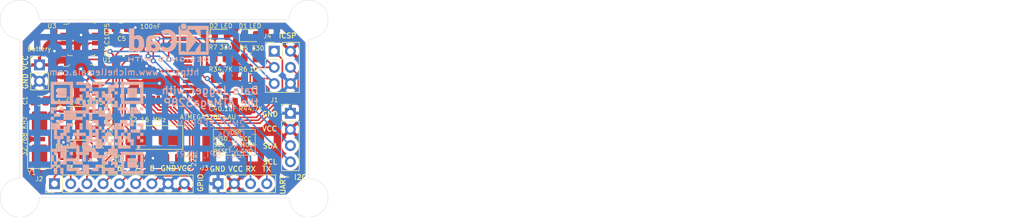
<source format=kicad_pcb>
(kicad_pcb (version 20241229) (generator "pcbnew") (generator_version "9.0")
  (title_block (title "${project_name}") (date "2025-09-02") (rev "1.0") (company "https://www.michellemaia.com") (comment 1 "2-Layer PCB version"))
  (layers (0 "F.Cu" mixed) (2 "B.Cu" mixed) (13 "F.Paste" user) (15 "B.Paste" user) (5 "F.SilkS" user "F.Silkscreen") (7 "B.SilkS" user "B.Silkscreen") (1 "F.Mask" user) (3 "B.Mask" user) (25 "Edge.Cuts" user))
  (property "project_name" "MCU Datalogger with memory and clock")
  (net 0 "")
  (net 1 "/Vcc")
  (net 2 "GND")
  (net 3 "Net-(U4-PB6)")
  (net 4 "Net-(U4-PB7)")
  (net 5 "Net-(U4-AREF)")
  (net 6 "/SCK")
  (net 7 "Net-(D1-K)")
  (net 8 "Net-(D2-K)")
  (net 9 "/SCL")
  (net 10 "/SDA")
  (net 11 "/D5")
  (net 12 "/D7")
  (net 13 "/D4")
  (net 14 "/D3")
  (net 15 "/D8")
  (net 16 "/D6")
  (net 17 "/D2")
  (net 18 "/RX")
  (net 19 "/TX")
  (net 20 "/MOSI")
  (net 21 "/RESET")
  (net 22 "/MISO")
  (net 23 "/INTA")
  (net 24 "Net-(U2-SQW{slash}*INTP)")
  (net 25 "Net-(U2-X1)")
  (net 26 "Net-(U2-X2)")
  (footprint "Connector_PinHeader_2.54mm:PinHeader_2x03_P2.54mm_Vertical" (layer "F.Cu") (at 143.975 68.96)
    (property "Reference" "J4" (at -1.075 -2.36 0) (layer "F.SilkS") (effects (font (size 0.7 0.7) (thickness 0.1))))
    (property "Value" "Conn_02x03_Odd_Even" (hide yes))
    (pad "1" thru_hole rect (at 0 0) (size 1.7 1.7) (drill 1) (layers "*.Cu" "*.Mask") (net 22 "/MISO"))
    (pad "2" thru_hole circle (at 2.54 0) (size 1.7 1.7) (drill 1) (layers "*.Cu" "*.Mask") (net 1 "/Vcc"))
    (pad "3" thru_hole circle (at 0 2.54) (size 1.7 1.7) (drill 1) (layers "*.Cu" "*.Mask") (net 6 "/SCK"))
    (pad "4" thru_hole circle (at 2.54 2.54) (size 1.7 1.7) (drill 1) (layers "*.Cu" "*.Mask") (net 20 "/MOSI"))
    (pad "5" thru_hole circle (at 0 5.08) (size 1.7 1.7) (drill 1) (layers "*.Cu" "*.Mask") (net 21 "/RESET"))
    (pad "6" thru_hole circle (at 2.54 5.08) (size 1.7 1.7) (drill 1) (layers "*.Cu" "*.Mask") (net 2 "GND"))
  )
  (footprint "MountingHole:MountingHole_2.1mm" (layer "F.Cu") (at 149.352 91.948)
    (property "Reference" "H4" (hide yes))
    (property "Value" "MountingHole" (hide yes))
    (pad "" np_thru_hole circle (at 0 0) (size 2.1 2.1) (drill 2.1) (layers "*.Cu" "*.Mask"))
  )
  (footprint "LED_SMD:LED_0805_2012Metric" (layer "F.Cu") (at 135.636 66.5)
    (property "Reference" "D2" (at -1.136 -1.5 0) (layer "F.SilkS") (effects (font (size 0.7 0.7) (thickness 0.1))))
    (property "Value" "LED" (at 0.864 -1.5 0) (layer "F.SilkS") (effects (font (size 0.7 0.7) (thickness 0.1))))
    (pad "1" smd roundrect (at -0.9375 0) (size 0.975 1.4) (layers "F.Cu" "F.Mask" "F.Paste") (net 8 "Net-(D2-K)"))
    (pad "2" smd roundrect (at 0.9375 0) (size 0.975 1.4) (layers "F.Cu" "F.Mask" "F.Paste") (net 1 "/Vcc"))
  )
  (footprint "Capacitor_SMD:C_0805_2012Metric" (layer "F.Cu") (at 122.155 85.75 180)
    (property "Reference" "C2" (at 2.155 -0.05 90) (layer "F.SilkS") (effects (font (size 0.7 0.7) (thickness 0.1))))
    (property "Value" "22pF" (at 3.255 0.05 90) (layer "F.SilkS") (effects (font (size 0.7 0.7) (thickness 0.1))))
    (pad "1" smd roundrect (at -0.95 0 180) (size 1 1.45) (layers "F.Cu" "F.Mask" "F.Paste") (net 2 "GND"))
    (pad "2" smd roundrect (at 0.95 0 180) (size 1 1.45) (layers "F.Cu" "F.Mask" "F.Paste") (net 3 "Net-(U4-PB6)"))
  )
  (footprint "Connector_PinHeader_2.54mm:PinHeader_1x02_P2.54mm_Vertical" (layer "F.Cu") (at 107.25 71.12)
    (property "Reference" "BT1" (hide yes))
    (property "Value" "Battery" (at -0.05 -2.52 0) (layer "F.SilkS") (effects (font (size 0.7 0.7) (thickness 0.1))))
    (pad "1" thru_hole rect (at 0 0) (size 1.7 1.7) (drill 1) (layers "*.Cu" "*.Mask") (net 1 "/Vcc"))
    (pad "2" thru_hole circle (at 0 2.54) (size 1.7 1.7) (drill 1) (layers "*.Cu" "*.Mask") (net 2 "GND"))
  )
  (footprint "Resistor_SMD:R_0805_2012Metric" (layer "F.Cu") (at 115.824 85.344)
    (property "Reference" "R2" (at -1.324 -1.444 0) (layer "F.SilkS") (effects (font (size 0.7 0.7) (thickness 0.1))))
    (property "Value" "10K" (at 0.576 -1.444 0) (layer "F.SilkS") (effects (font (size 0.7 0.7) (thickness 0.1))))
    (pad "1" smd roundrect (at -0.9125 0) (size 1.025 1.4) (layers "F.Cu" "F.Mask" "F.Paste") (roundrect_rratio 0.243902) (net 1 "/Vcc"))
    (pad "2" smd roundrect (at 0.9125 0) (size 1.025 1.4) (layers "F.Cu" "F.Mask" "F.Paste") (roundrect_rratio 0.243902) (net 24 "Net-(U2-SQW{slash}*INTP)"))
  )
  (footprint "Resistor_SMD:R_0805_2012Metric" (layer "F.Cu") (at 135.5 73.25 180)
    (property "Reference" "R3" (at 1.1 1.45 0) (layer "F.SilkS") (effects (font (size 0.7 0.7) (thickness 0.1))))
    (property "Value" "4.7K" (at -0.8 1.45 0) (layer "F.SilkS") (effects (font (size 0.7 0.7) (thickness 0.1))))
    (pad "1" smd roundrect (at -0.9125 0 180) (size 1.025 1.4) (layers "F.Cu" "F.Mask" "F.Paste") (roundrect_rratio 0.243902) (net 1 "/Vcc"))
    (pad "2" smd roundrect (at 0.9125 0 180) (size 1.025 1.4) (layers "F.Cu" "F.Mask" "F.Paste") (roundrect_rratio 0.243902) (net 9 "/SCL"))
  )
  (footprint "Capacitor_SMD:C_0805_2012Metric" (layer "F.Cu") (at 135.5 76.5)
    (property "Reference" "C4" (at -1.101 1.5 0) (layer "F.SilkS") (effects (font (size 0.7 0.7) (thickness 0.1))))
    (property "Value" "0.1uF" (at 1.1 1.5 0) (layer "F.SilkS") (effects (font (size 0.7 0.7) (thickness 0.1))))
    (pad "1" smd roundrect (at -0.95 0) (size 1 1.45) (layers "F.Cu" "F.Mask" "F.Paste") (net 5 "Net-(U4-AREF)"))
    (pad "2" smd roundrect (at 0.95 0) (size 1 1.45) (layers "F.Cu" "F.Mask" "F.Paste") (net 2 "GND"))
  )
  (footprint "Resistor_SMD:R_0805_2012Metric" (layer "F.Cu") (at 140.208 73.25)
    (property "Reference" "R6" (at -1.108 -1.45 0) (layer "F.SilkS") (effects (font (size 0.7 0.7) (thickness 0.1))))
    (property "Value" "10K" (at 0.892 -1.45 0) (layer "F.SilkS") (effects (font (size 0.7 0.7) (thickness 0.1))))
    (pad "1" smd roundrect (at -0.9125 0) (size 1.025 1.4) (layers "F.Cu" "F.Mask" "F.Paste") (roundrect_rratio 0.243902) (net 1 "/Vcc"))
    (pad "2" smd roundrect (at 0.9125 0) (size 1.025 1.4) (layers "F.Cu" "F.Mask" "F.Paste") (roundrect_rratio 0.243902) (net 21 "/RESET"))
  )
  (footprint "Connector_PinHeader_2.54mm:PinHeader_1x09_P2.54mm_Vertical" (layer "F.Cu") (at 109.59 89.75 90)
    (property "Reference" "J2" (at 0.75 -2.38 0) (layer "F.SilkS") (effects (font (size 0.7 0.7) (thickness 0.1))))
    (property "Value" "Conn_01x09_Pin" (hide yes))
    (pad "1" thru_hole rect (at 0 0 90) (size 1.7 1.7) (drill 1) (layers "*.Cu" "*.Mask") (net 17 "/D2"))
    (pad "2" thru_hole circle (at 0 2.54 90) (size 1.7 1.7) (drill 1) (layers "*.Cu" "*.Mask") (net 14 "/D3"))
    (pad "3" thru_hole circle (at 0 5.08 90) (size 1.7 1.7) (drill 1) (layers "*.Cu" "*.Mask") (net 13 "/D4"))
    (pad "4" thru_hole circle (at 0 7.62 90) (size 1.7 1.7) (drill 1) (layers "*.Cu" "*.Mask") (net 11 "/D5"))
    (pad "5" thru_hole circle (at 0 10.16 90) (size 1.7 1.7) (drill 1) (layers "*.Cu" "*.Mask") (net 16 "/D6"))
    (pad "6" thru_hole circle (at 0 12.7 90) (size 1.7 1.7) (drill 1) (layers "*.Cu" "*.Mask") (net 12 "/D7"))
    (pad "7" thru_hole circle (at 0 15.24 90) (size 1.7 1.7) (drill 1) (layers "*.Cu" "*.Mask") (net 15 "/D8"))
    (pad "8" thru_hole circle (at 0 17.78 90) (size 1.7 1.7) (drill 1) (layers "*.Cu" "*.Mask") (net 2 "GND"))
    (pad "9" thru_hole circle (at 0 20.32 90) (size 1.7 1.7) (drill 1) (layers "*.Cu" "*.Mask") (net 1 "/Vcc"))
  )
  (footprint "LED_SMD:LED_0805_2012Metric" (layer "F.Cu") (at 140.208 66.5)
    (property "Reference" "D1" (at -1.108 -1.5 0) (layer "F.SilkS") (effects (font (size 0.7 0.7) (thickness 0.1))))
    (property "Value" "LED" (at 0.792 -1.5 0) (layer "F.SilkS") (effects (font (size 0.7 0.7) (thickness 0.1))))
    (pad "1" smd roundrect (at -0.9375 0) (size 0.975 1.4) (layers "F.Cu" "F.Mask" "F.Paste") (net 7 "Net-(D1-K)"))
    (pad "2" smd roundrect (at 0.9375 0) (size 0.975 1.4) (layers "F.Cu" "F.Mask" "F.Paste") (net 6 "/SCK"))
  )
  (footprint "Connector_PinHeader_2.54mm:PinHeader_1x04_P2.54mm_Vertical" (layer "F.Cu") (at 146.5 78.69)
    (property "Reference" "J1" (at -2.5 -2.09 0) (layer "F.SilkS") (effects (font (size 0.7 0.7) (thickness 0.1))))
    (property "Value" "Conn_01x04_Pin" (hide yes))
    (pad "1" thru_hole rect (at 0 0) (size 1.7 1.7) (drill 1) (layers "*.Cu" "*.Mask") (net 2 "GND"))
    (pad "2" thru_hole circle (at 0 2.54) (size 1.7 1.7) (drill 1) (layers "*.Cu" "*.Mask") (net 1 "/Vcc"))
    (pad "3" thru_hole circle (at 0 5.08) (size 1.7 1.7) (drill 1) (layers "*.Cu" "*.Mask") (net 10 "/SDA"))
    (pad "4" thru_hole circle (at 0 7.62) (size 1.7 1.7) (drill 1) (layers "*.Cu" "*.Mask") (net 9 "/SCL"))
  )
  (footprint "Connector_PinHeader_2.54mm:PinHeader_1x04_P2.54mm_Vertical" (layer "F.Cu") (at 135.19 89.75 90)
    (property "Reference" "J3" (at 2.45 -2.09 180) (layer "F.SilkS") (effects (font (size 0.7 0.7) (thickness 0.1))))
    (property "Value" "Conn_01x04_Pin" (hide yes))
    (pad "1" thru_hole rect (at 0 0 90) (size 1.7 1.7) (drill 1) (layers "*.Cu" "*.Mask") (net 2 "GND"))
    (pad "2" thru_hole circle (at 0 2.54 90) (size 1.7 1.7) (drill 1) (layers "*.Cu" "*.Mask") (net 1 "/Vcc"))
    (pad "3" thru_hole circle (at 0 5.08 90) (size 1.7 1.7) (drill 1) (layers "*.Cu" "*.Mask") (net 18 "/RX"))
    (pad "4" thru_hole circle (at 0 7.62 90) (size 1.7 1.7) (drill 1) (layers "*.Cu" "*.Mask") (net 19 "/TX"))
  )
  (footprint "Resistor_SMD:R_0805_2012Metric" (layer "F.Cu") (at 111.5346 85.344 180)
    (property "Reference" "R1" (at 1.1346 1.444 0) (layer "F.SilkS") (effects (font (size 0.7 0.7) (thickness 0.1))))
    (property "Value" "10K" (at -0.8654 1.444 0) (layer "F.SilkS") (effects (font (size 0.7 0.7) (thickness 0.1))))
    (pad "1" smd roundrect (at -0.9125 0 180) (size 1.025 1.4) (layers "F.Cu" "F.Mask" "F.Paste") (roundrect_rratio 0.243902) (net 1 "/Vcc"))
    (pad "2" smd roundrect (at 0.9125 0 180) (size 1.025 1.4) (layers "F.Cu" "F.Mask" "F.Paste") (roundrect_rratio 0.243902) (net 23 "/INTA"))
  )
  (footprint "MountingHole:MountingHole_2.1mm" (layer "F.Cu") (at 104.14 64.008)
    (property "Reference" "H1" (hide yes))
    (property "Value" "MountingHole" (hide yes))
    (pad "" np_thru_hole circle (at 0 0) (size 2.1 2.1) (drill 2.1) (layers "*.Cu" "*.Mask"))
  )
  (footprint "MountingHole:MountingHole_2.1mm" (layer "F.Cu") (at 149.352 64.008)
    (property "Reference" "H3" (hide yes))
    (property "Value" "MountingHole" (hide yes))
    (pad "" np_thru_hole circle (at 0 0) (size 2.1 2.1) (drill 2.1) (layers "*.Cu" "*.Mask"))
  )
  (footprint "MountingHole:MountingHole_2.1mm" (layer "F.Cu") (at 104.14 91.948)
    (property "Reference" "H2" (hide yes))
    (property "Value" "MountingHole" (hide yes))
    (pad "" np_thru_hole circle (at 0 0) (size 2.1 2.1) (drill 2.1) (layers "*.Cu" "*.Mask"))
  )
  (footprint "Crystal:Crystal_SMD_5032-2Pin_5.0x3.2mm_HandSoldering" (layer "F.Cu") (at 107.25 82.75 90)
    (property "Reference" "Y1" (at -5.25 -1.2 0) (layer "F.SilkS") (effects (font (size 0.7 0.7) (thickness 0.1))))
    (property "Value" "32.768 KHz" (at 0.45 -2.35 90) (layer "F.SilkS") (effects (font (size 0.7 0.7) (thickness 0.1))))
    (pad "1" smd roundrect (at -2.6 0 90) (size 3.5 2.4) (layers "F.Cu" "F.Mask" "F.Paste") (roundrect_rratio 0.104167) (net 26 "Net-(U2-X2)"))
    (pad "2" smd roundrect (at 2.6 0 90) (size 3.5 2.4) (layers "F.Cu" "F.Mask" "F.Paste") (roundrect_rratio 0.104167) (net 25 "Net-(U2-X1)"))
  )
  (footprint "digikey-footprints:SOIC-8_W5.3mm" (layer "F.Cu") (at 113.792 67.056)
    (property "Reference" "U3" (at -4.592 -2.056 0) (layer "F.SilkS") (effects (font (size 0.7 0.7) (thickness 0.1))))
    (property "Value" "24LC1025" (at 4.008 0.144 90) (layer "F.SilkS") (effects (font (size 0.7 0.7) (thickness 0.1))))
    (pad "1" smd rect (at -2.465 -1.905) (size 1.6 0.7) (layers "F.Cu" "F.Mask" "F.Paste") (net 1 "/Vcc"))
    (pad "2" smd rect (at -2.465 -0.635) (size 1.6 0.7) (layers "F.Cu" "F.Mask" "F.Paste") (net 2 "GND"))
    (pad "3" smd rect (at -2.465 0.635) (size 1.6 0.7) (layers "F.Cu" "F.Mask" "F.Paste") (net 1 "/Vcc"))
    (pad "4" smd rect (at -2.465 1.905) (size 1.6 0.7) (layers "F.Cu" "F.Mask" "F.Paste") (net 2 "GND"))
    (pad "5" smd rect (at 2.465 1.905) (size 1.6 0.7) (layers "F.Cu" "F.Mask" "F.Paste") (net 10 "/SDA"))
    (pad "6" smd rect (at 2.465 0.635) (size 1.6 0.7) (layers "F.Cu" "F.Mask" "F.Paste") (net 9 "/SCL"))
    (pad "7" smd rect (at 2.465 -0.635) (size 1.6 0.7) (layers "F.Cu" "F.Mask" "F.Paste") (net 2 "GND"))
    (pad "8" smd rect (at 2.465 -1.905) (size 1.6 0.7) (layers "F.Cu" "F.Mask" "F.Paste") (net 1 "/Vcc"))
  )
  (footprint "DS1337STR:21-0041B_8" (layer "F.Cu") (at 113.792 80.264)
    (property "Reference" "U2" (at 4.308 3.036 0) (layer "F.SilkS") (effects (font (size 0.7 0.7) (thickness 0.1))))
    (property "Value" "DS1337STR" (at 4.508 -0.664 90) (layer "F.SilkS") (effects (font (size 0.7 0.7) (thickness 0.1))))
    (fp_text user "*" (at -3.302 -2.3114 0) (layer "F.SilkS"))
    (pad "1" smd rect (at -2.4638 -1.905) (size 1.9812 0.5334) (layers "F.Cu" "F.Mask" "F.Paste") (net 25 "Net-(U2-X1)"))
    (pad "2" smd rect (at -2.4638 -0.635) (size 1.9812 0.5334) (layers "F.Cu" "F.Mask" "F.Paste") (net 26 "Net-(U2-X2)"))
    (pad "3" smd rect (at -2.4638 0.635) (size 1.9812 0.5334) (layers "F.Cu" "F.Mask" "F.Paste") (net 23 "/INTA"))
    (pad "4" smd rect (at -2.4638 1.905) (size 1.9812 0.5334) (layers "F.Cu" "F.Mask" "F.Paste") (net 2 "GND"))
    (pad "5" smd rect (at 2.4638 1.905) (size 1.9812 0.5334) (layers "F.Cu" "F.Mask" "F.Paste") (net 10 "/SDA"))
    (pad "6" smd rect (at 2.4638 0.635) (size 1.9812 0.5334) (layers "F.Cu" "F.Mask" "F.Paste") (net 9 "/SCL"))
    (pad "7" smd rect (at 2.4638 -0.635) (size 1.9812 0.5334) (layers "F.Cu" "F.Mask" "F.Paste") (net 24 "Net-(U2-SQW{slash}*INTP)"))
    (pad "8" smd rect (at 2.4638 -1.905) (size 1.9812 0.5334) (layers "F.Cu" "F.Mask" "F.Paste") (net 1 "/Vcc"))
  )
  (footprint "Resistor_SMD:R_0805_2012Metric" (layer "F.Cu") (at 140.208 76.5 180)
    (property "Reference" "R4" (at 1.108 -1.5 0) (layer "F.SilkS") (effects (font (size 0.7 0.7) (thickness 0.1))))
    (property "Value" "4.7K" (at -0.792 -1.5 0) (layer "F.SilkS") (effects (font (size 0.7 0.7) (thickness 0.1))))
    (pad "1" smd roundrect (at -0.9125 0 180) (size 1.025 1.4) (layers "F.Cu" "F.Mask" "F.Paste") (roundrect_rratio 0.243902) (net 1 "/Vcc"))
    (pad "2" smd roundrect (at 0.9125 0 180) (size 1.025 1.4) (layers "F.Cu" "F.Mask" "F.Paste") (roundrect_rratio 0.243902) (net 10 "/SDA"))
  )
  (footprint "Capacitor_SMD:C_0805_2012Metric" (layer "F.Cu") (at 128 85.75)
    (property "Reference" "C3" (at 2.3 0.05 90) (layer "F.SilkS") (effects (font (size 0.7 0.7) (thickness 0.1))))
    (property "Value" "22pF" (at 3.4 0.05 90) (layer "F.SilkS") (effects (font (size 0.7 0.7) (thickness 0.1))))
    (pad "1" smd roundrect (at -0.95 0) (size 1 1.45) (layers "F.Cu" "F.Mask" "F.Paste") (net 2 "GND"))
    (pad "2" smd roundrect (at 0.95 0) (size 1 1.45) (layers "F.Cu" "F.Mask" "F.Paste") (net 4 "Net-(U4-PB7)"))
  )
  (footprint "digikey-footprints:SOIC-8_W5.3mm" (layer "F.Cu") (at 113.792 73.66)
    (property "Reference" "U1" (at 4.008 -3.36 0) (layer "F.SilkS") (effects (font (size 0.7 0.7) (thickness 0.1))))
    (property "Value" "24LC1025" (at 0.808 3.34 0) (layer "F.SilkS") (effects (font (size 0.7 0.7) (thickness 0.1))))
    (pad "1" smd rect (at -2.465 -1.905) (size 1.6 0.7) (layers "F.Cu" "F.Mask" "F.Paste") (net 1 "/Vcc"))
    (pad "2" smd rect (at -2.465 -0.635) (size 1.6 0.7) (layers "F.Cu" "F.Mask" "F.Paste") (net 1 "/Vcc"))
    (pad "3" smd rect (at -2.465 0.635) (size 1.6 0.7) (layers "F.Cu" "F.Mask" "F.Paste") (net 1 "/Vcc"))
    (pad "4" smd rect (at -2.465 1.905) (size 1.6 0.7) (layers "F.Cu" "F.Mask" "F.Paste") (net 2 "GND"))
    (pad "5" smd rect (at 2.465 1.905) (size 1.6 0.7) (layers "F.Cu" "F.Mask" "F.Paste") (net 10 "/SDA"))
    (pad "6" smd rect (at 2.465 0.635) (size 1.6 0.7) (layers "F.Cu" "F.Mask" "F.Paste") (net 9 "/SCL"))
    (pad "7" smd rect (at 2.465 -0.635) (size 1.6 0.7) (layers "F.Cu" "F.Mask" "F.Paste") (net 2 "GND"))
    (pad "8" smd rect (at 2.465 -1.905) (size 1.6 0.7) (layers "F.Cu" "F.Mask" "F.Paste") (net 1 "/Vcc"))
  )
  (footprint "ATMEGA328P-AU:QFP80P900X900X120-32N" (layer "F.Cu") (at 126.25 72.5)
    (property "Reference" "U4" (at 3.95 -6.4 0) (layer "F.SilkS") (effects (font (size 0.7 0.7) (thickness 0.1))))
    (property "Value" "ATMEGA328P-AU" (at 7.365 6.79 0) (layer "F.SilkS") (effects (font (size 0.7 0.7) (thickness 0.1))))
    (pad "1" smd roundrect (at -4.17 -2.8) (size 1.47 0.55) (layers "F.Cu" "F.Mask" "F.Paste") (roundrect_rratio 0.125) (net 14 "/D3"))
    (pad "2" smd roundrect (at -4.17 -2) (size 1.47 0.55) (layers "F.Cu" "F.Mask" "F.Paste") (roundrect_rratio 0.125) (net 13 "/D4"))
    (pad "3" smd roundrect (at -4.17 -1.2) (size 1.47 0.55) (layers "F.Cu" "F.Mask" "F.Paste") (roundrect_rratio 0.125) (net 2 "GND"))
    (pad "4" smd roundrect (at -4.17 -0.4) (size 1.47 0.55) (layers "F.Cu" "F.Mask" "F.Paste") (roundrect_rratio 0.125) (net 1 "/Vcc"))
    (pad "5" smd roundrect (at -4.17 0.4) (size 1.47 0.55) (layers "F.Cu" "F.Mask" "F.Paste") (roundrect_rratio 0.125) (net 2 "GND"))
    (pad "6" smd roundrect (at -4.17 1.2) (size 1.47 0.55) (layers "F.Cu" "F.Mask" "F.Paste") (roundrect_rratio 0.125) (net 1 "/Vcc"))
    (pad "7" smd roundrect (at -4.17 2) (size 1.47 0.55) (layers "F.Cu" "F.Mask" "F.Paste") (roundrect_rratio 0.125) (net 3 "Net-(U4-PB6)"))
    (pad "8" smd roundrect (at -4.17 2.8) (size 1.47 0.55) (layers "F.Cu" "F.Mask" "F.Paste") (roundrect_rratio 0.125) (net 4 "Net-(U4-PB7)"))
    (pad "9" smd roundrect (at -2.8 4.17) (size 0.55 1.47) (layers "F.Cu" "F.Mask" "F.Paste") (roundrect_rratio 0.125) (net 11 "/D5"))
    (pad "10" smd roundrect (at -2 4.17) (size 0.55 1.47) (layers "F.Cu" "F.Mask" "F.Paste") (roundrect_rratio 0.125) (net 16 "/D6"))
    (pad "11" smd roundrect (at -1.2 4.17) (size 0.55 1.47) (layers "F.Cu" "F.Mask" "F.Paste") (roundrect_rratio 0.125) (net 12 "/D7"))
    (pad "12" smd roundrect (at -0.4 4.17) (size 0.55 1.47) (layers "F.Cu" "F.Mask" "F.Paste") (roundrect_rratio 0.125) (net 15 "/D8"))
    (pad "13" smd roundrect (at 0.4 4.17) (size 0.55 1.47) (layers "F.Cu" "F.Mask" "F.Paste") (roundrect_rratio 0.125))
    (pad "14" smd roundrect (at 1.2 4.17) (size 0.55 1.47) (layers "F.Cu" "F.Mask" "F.Paste") (roundrect_rratio 0.125))
    (pad "15" smd roundrect (at 2 4.17) (size 0.55 1.47) (layers "F.Cu" "F.Mask" "F.Paste") (roundrect_rratio 0.125) (net 20 "/MOSI"))
    (pad "16" smd roundrect (at 2.8 4.17) (size 0.55 1.47) (layers "F.Cu" "F.Mask" "F.Paste") (roundrect_rratio 0.125) (net 22 "/MISO"))
    (pad "17" smd roundrect (at 4.17 2.8) (size 1.47 0.55) (layers "F.Cu" "F.Mask" "F.Paste") (roundrect_rratio 0.125) (net 6 "/SCK"))
    (pad "18" smd roundrect (at 4.17 2) (size 1.47 0.55) (layers "F.Cu" "F.Mask" "F.Paste") (roundrect_rratio 0.125) (net 1 "/Vcc"))
    (pad "19" smd roundrect (at 4.17 1.2) (size 1.47 0.55) (layers "F.Cu" "F.Mask" "F.Paste") (roundrect_rratio 0.125))
    (pad "20" smd roundrect (at 4.17 0.4) (size 1.47 0.55) (layers "F.Cu" "F.Mask" "F.Paste") (roundrect_rratio 0.125) (net 5 "Net-(U4-AREF)"))
    (pad "21" smd roundrect (at 4.17 -0.4) (size 1.47 0.55) (layers "F.Cu" "F.Mask" "F.Paste") (roundrect_rratio 0.125) (net 2 "GND"))
    (pad "22" smd roundrect (at 4.17 -1.2) (size 1.47 0.55) (layers "F.Cu" "F.Mask" "F.Paste") (roundrect_rratio 0.125))
    (pad "23" smd roundrect (at 4.17 -2) (size 1.47 0.55) (layers "F.Cu" "F.Mask" "F.Paste") (roundrect_rratio 0.125))
    (pad "24" smd roundrect (at 4.17 -2.8) (size 1.47 0.55) (layers "F.Cu" "F.Mask" "F.Paste") (roundrect_rratio 0.125))
    (pad "25" smd roundrect (at 2.8 -4.17) (size 0.55 1.47) (layers "F.Cu" "F.Mask" "F.Paste") (roundrect_rratio 0.125))
    (pad "26" smd roundrect (at 2 -4.17) (size 0.55 1.47) (layers "F.Cu" "F.Mask" "F.Paste") (roundrect_rratio 0.125))
    (pad "27" smd roundrect (at 1.2 -4.17) (size 0.55 1.47) (layers "F.Cu" "F.Mask" "F.Paste") (roundrect_rratio 0.125) (net 10 "/SDA"))
    (pad "28" smd roundrect (at 0.4 -4.17) (size 0.55 1.47) (layers "F.Cu" "F.Mask" "F.Paste") (roundrect_rratio 0.125) (net 9 "/SCL"))
    (pad "29" smd roundrect (at -0.4 -4.17) (size 0.55 1.47) (layers "F.Cu" "F.Mask" "F.Paste") (roundrect_rratio 0.125) (net 21 "/RESET"))
    (pad "30" smd roundrect (at -1.2 -4.17) (size 0.55 1.47) (layers "F.Cu" "F.Mask" "F.Paste") (roundrect_rratio 0.125) (net 18 "/RX"))
    (pad "31" smd roundrect (at -2 -4.17) (size 0.55 1.47) (layers "F.Cu" "F.Mask" "F.Paste") (roundrect_rratio 0.125) (net 19 "/TX"))
    (pad "32" smd roundrect (at -2.8 -4.17) (size 0.55 1.47) (layers "F.Cu" "F.Mask" "F.Paste") (roundrect_rratio 0.125) (net 17 "/D2"))
  )
  (footprint "Capacitor_SMD:C_0805_2012Metric" (layer "F.Cu") (at 120 65.25)
    (property "Reference" "C5" (at 0.1 1.75 0) (layer "F.SilkS") (effects (font (size 0.7 0.7) (thickness 0.1))))
    (property "Value" "100nF" (at 4.6 -0.15 0) (layer "F.SilkS") (effects (font (size 0.7 0.7) (thickness 0.1))))
    (pad "1" smd roundrect (at -0.95 0) (size 1 1.45) (layers "F.Cu" "F.Mask" "F.Paste") (net 1 "/Vcc"))
    (pad "2" smd roundrect (at 0.95 0) (size 1 1.45) (layers "F.Cu" "F.Mask" "F.Paste") (net 2 "GND"))
  )
  (footprint "Resistor_SMD:R_0805_2012Metric" (layer "F.Cu") (at 140.208 70 180)
    (property "Reference" "R5" (at 1.008 1.5 180) (layer "F.SilkS") (effects (font (size 0.7 0.7) (thickness 0.1))))
    (property "Value" "330" (at -1.192 1.5 180) (layer "F.SilkS") (effects (font (size 0.7 0.7) (thickness 0.1))))
    (pad "1" smd roundrect (at -0.9125 0 180) (size 1.025 1.4) (layers "F.Cu" "F.Mask" "F.Paste") (roundrect_rratio 0.243902) (net 2 "GND"))
    (pad "2" smd roundrect (at 0.9125 0 180) (size 1.025 1.4) (layers "F.Cu" "F.Mask" "F.Paste") (roundrect_rratio 0.243902) (net 7 "Net-(D1-K)"))
  )
  (footprint "Crystal:Crystal_SMD_5032-2Pin_5.0x3.2mm_HandSoldering" (layer "F.Cu") (at 125.055 82.5 180)
    (property "Reference" "Y2" (at 3.155 2.8 0) (layer "F.SilkS") (effects (font (size 0.7 0.7) (thickness 0.1))))
    (property "Value" "16 MHz" (at 0 2.8 0) (layer "F.SilkS") (effects (font (size 0.7 0.7) (thickness 0.1))))
    (pad "1" smd roundrect (at -2.6 0 180) (size 3.5 2.4) (layers "F.Cu" "F.Mask" "F.Paste") (roundrect_rratio 0.104167) (net 4 "Net-(U4-PB7)"))
    (pad "2" smd roundrect (at 2.6 0 180) (size 3.5 2.4) (layers "F.Cu" "F.Mask" "F.Paste") (roundrect_rratio 0.104167) (net 3 "Net-(U4-PB6)"))
  )
  (footprint "Resistor_SMD:R_0805_2012Metric" (layer "F.Cu") (at 135.5 70)
    (property "Reference" "R7" (at -1.1 -1.65 0) (layer "F.SilkS") (effects (font (size 0.7 0.7) (thickness 0.1))))
    (property "Value" "330" (at 0.9125 -1.6625 0) (layer "F.SilkS") (effects (font (size 0.7 0.7) (thickness 0.1))))
    (pad "1" smd roundrect (at -0.9125 0) (size 1.025 1.4) (layers "F.Cu" "F.Mask" "F.Paste") (roundrect_rratio 0.243902) (net 8 "Net-(D2-K)"))
    (pad "2" smd roundrect (at 0.9125 0) (size 1.025 1.4) (layers "F.Cu" "F.Mask" "F.Paste") (roundrect_rratio 0.243902) (net 2 "GND"))
  )
  (footprint "Capacitor_SMD:C_0805_2012Metric" (layer "F.Cu") (at 107.25 76.75)
    (property "Reference" "C1" (at -2.25 -0.05 90) (layer "F.SilkS") (effects (font (size 0.7 0.7) (thickness 0.1))))
    (property "Value" "0.1uF" (at 3.25 0.15 0) (layer "F.SilkS") (effects (font (size 0.7 0.7) (thickness 0.1))))
    (pad "1" smd roundrect (at -0.95 0) (size 1 1.45) (layers "F.Cu" "F.Mask" "F.Paste") (net 1 "/Vcc"))
    (pad "2" smd roundrect (at 0.95 0) (size 1 1.45) (layers "F.Cu" "F.Mask" "F.Paste") (net 2 "GND"))
  )
  (footprint "Symbol:KiCad-Logo2_5mm_SilkScreen" (layer "B.Cu") (at 127.45 67.595 180)
    (property "Reference" "REF**" (hide yes))
    (property "Value" "KiCad-Logo2_5mm_SilkScreen" (hide yes))
  )
  (footprint "Maias Library:QR_site" (layer "B.Cu") (at 116.25 81 180)
    (property "Reference" "https://www.michellemaia.com" (at -4.25 8.75 0) (layer "B.SilkS") (effects (justify mirror)))
    (property "Value" "QR_site" (hide yes))
  )
  (gr_rect (start 134.45 81.225) (end 141 85.275) (stroke (width 0.1)) (fill no) (layer "F.SilkS"))
  (gr_line (start 104.14 67.056) (end 104.14 88.9) (stroke (width 0.05)) (layer "Edge.Cuts"))
  (gr_line (start 146.304 64.008) (end 107.188 64.008) (stroke (width 0.05)) (layer "Edge.Cuts"))
  (gr_arc (start 149.352 88.9) (mid 151.507261 94.103261) (end 146.304 91.948) (stroke (width 0.05)) (layer "Edge.Cuts"))
  (gr_line (start 107.188 91.948) (end 146.304 91.948) (stroke (width 0.05)) (layer "Edge.Cuts"))
  (gr_arc (start 104.14 67.056) (mid 101.984739 61.852739) (end 107.188 64.008) (stroke (width 0.05)) (layer "Edge.Cuts"))
  (gr_line (start 149.352 88.9) (end 149.352 67.056) (stroke (width 0.05)) (layer "Edge.Cuts"))
  (gr_arc (start 107.188 91.948) (mid 101.984739 94.103261) (end 104.14 88.9) (stroke (width 0.05)) (layer "Edge.Cuts"))
  (gr_arc (start 146.304 64.008) (mid 151.507261 61.852739) (end 149.352 67.056) (stroke (width 0.05)) (layer "Edge.Cuts"))
  (gr_text "SDA" (at 142.1 84.3 0) (layer "F.SilkS") (effects (font (size 0.8 0.8) (thickness 0.15) (bold yes)) (justify left bottom)))
  (gr_text "6" (at 119.3 87.8 0) (layer "F.SilkS") (effects (font (size 0.8 0.8) (thickness 0.15) (bold yes)) (justify left bottom)))
  (gr_text "UART" (at 145.8 91.5 90) (layer "F.SilkS") (effects (font (size 0.8 0.8) (thickness 0.15) (bold yes)) (justify left bottom)))
  (gr_text "SCL" (at 142.1 86.8 0) (layer "F.SilkS") (effects (font (size 0.8 0.8) (thickness 0.15) (bold yes)) (justify left bottom)))
  (gr_text "GND" (at 133.8 87.9 0) (layer "F.SilkS") (effects (font (size 0.8 0.8) (thickness 0.15) (bold yes)) (justify left bottom)))
  (gr_text "I2C" (at 147 89.2 0) (layer "F.SilkS") (effects (font (size 0.8 0.8) (thickness 0.15) (bold yes)) (justify left bottom)))
  (gr_text "TX" (at 142 87.9 0) (layer "F.SilkS") (effects (font (size 0.8 0.8) (thickness 0.15) (bold yes)) (justify left bottom)))
  (gr_text "VCC" (at 142 81.6 0) (layer "F.SilkS") (effects (font (size 0.8 0.8) (thickness 0.15) (bold yes)) (justify left bottom)))
  (gr_text "VCC" (at 105.5 72 90) (layer "F.SilkS") (effects (font (size 0.8 0.8) (thickness 0.15) (bold yes)) (justify left bottom)))
  (gr_text "VCC" (at 136.7 87.9 0) (layer "F.SilkS") (effects (font (size 0.8 0.8) (thickness 0.15) (bold yes)) (justify left bottom)))
  (gr_text "GND" (at 105.5 75 90) (layer "F.SilkS") (effects (font (size 0.8 0.8) (thickness 0.15) (bold yes)) (justify left bottom)))
  (gr_text "4" (at 114.2 87.8 0) (layer "F.SilkS") (effects (font (size 0.8 0.8) (thickness 0.15) (bold yes)) (justify left bottom)))
  (gr_text "ICSP" (at 144.6 67 0) (layer "F.SilkS") (effects (font (size 0.8 0.8) (thickness 0.15) (bold yes)) (justify left bottom)))
  (gr_text "8" (at 124.4 87.8 0) (layer "F.SilkS") (effects (font (size 0.8 0.8) (thickness 0.15) (bold yes)) (justify left bottom)))
  (gr_text "GPIO" (at 132.9 91.1 90) (layer "F.SilkS") (effects (font (size 0.8 0.8) (thickness 0.15) (bold yes)) (justify left bottom)))
  (gr_text "VCC" (at 128.7 87.8 0) (layer "F.SilkS") (effects (font (size 0.8 0.8) (thickness 0.15) (bold yes)) (justify left bottom)))
  (gr_text "3" (at 111.7 87.8 0) (layer "F.SilkS") (effects (font (size 0.8 0.8) (thickness 0.15) (bold yes)) (justify left bottom)))
  (gr_text "GND" (at 126.1 87.8 0) (layer "F.SilkS") (effects (font (size 0.8 0.8) (thickness 0.15) (bold yes)) (justify left bottom)))
  (gr_text "2" (at 109.3 87.8 0) (layer "F.SilkS") (effects (font (size 0.8 0.8) (thickness 0.15) (bold yes)) (justify left bottom)))
  (gr_text "GND" (at 142 79.3 0) (layer "F.SilkS") (effects (font (size 0.8 0.8) (thickness 0.15) (bold yes)) (justify left bottom)))
  (gr_text "5" (at 116.8 87.8 0) (layer "F.SilkS") (effects (font (size 0.8 0.8) (thickness 0.15) (bold yes)) (justify left bottom)))
  (gr_text "     ICSP\nMISO  / VCC\nSCK   / MOSI\nRESET / GND" (at 134.45 84.975 0) (layer "F.SilkS") (effects (font (size 0.6 0.6) (thickness 0.1)) (justify left bottom)))
  (gr_text "7" (at 121.9 87.8 0) (layer "F.SilkS") (effects (font (size 0.8 0.8) (thickness 0.15) (bold yes)) (justify left bottom)))
  (gr_text "RX" (at 139.4 87.9 0) (layer "F.SilkS") (effects (font (size 0.8 0.8) (thickness 0.15) (bold yes)) (justify left bottom)))
  (gr_text "- 2Mbit EEPROM\n- GPIOs\n- RTC\n- I2C, SPI, UART" (at 141.5 85.75 0) (layer "B.SilkS") (effects (font (size 1 1) (thickness 0.1)) (justify left bottom mirror)))
  (gr_text "Data logger with\nthe ATMega328P" (at 141.633 77.75 0) (layer "B.SilkS") (effects (font (size 1.2 1.2) (thickness 0.2) (bold yes)) (justify left bottom mirror)))
  (segment (start 120.752 72.5) (end 120.752 73.146088) (width 0.35) (layer "F.Cu") (net 1))
  (segment (start 113.755 71.755) (end 113.75 71.75) (width 0.35) (layer "F.Cu") (net 1))
  (segment (start 121.305912 73.7) (end 122.08 73.7) (width 0.35) (layer "F.Cu") (net 1))
  (segment (start 124 73.7) (end 125.7 73.7) (width 0.35) (layer "F.Cu") (net 1))
  (segment (start 121.152 72.1) (end 120.752 72.5) (width 0.35) (layer "F.Cu") (net 1))
  (segment (start 132.5 75.805912) (end 132.5 78.220768) (width 0.35) (layer "F.Cu") (net 1))
  (segment (start 126 74) (end 126.5 74.5) (width 0.35) (layer "F.Cu") (net 1))
  (segment (start 139.2955 73.25) (end 139.2955 72.958) (width 0.35) (layer "F.Cu") (net 1))
  (segment (start 141.1205 77.8795) (end 141.1205 76.5) (width 0.35) (layer "F.Cu") (net 1))
  (segment (start 140.203 78.797) (end 141.1205 77.8795) (width 0.35) (layer "F.Cu") (net 1))
  (segment (start 130.42 74.5) (end 131.194088 74.5) (width 0.35) (layer "F.Cu") (net 1))
  (segment (start 120.752 73.146088) (end 121.305912 73.7) (width 0.35) (layer "F.Cu") (net 1))
  (segment (start 119 65.3) (end 119.05 65.25) (width 0.35) (layer "F.Cu") (net 1))
  (segment (start 137.73 89.25) (end 137.73 90.02) (width 0.35) (layer "F.Cu") (net 1))
  (segment (start 125.7 73.7) (end 126 74) (width 0.35) (layer "F.Cu") (net 1))
  (segment (start 132.5 78.220768) (end 133.076232 78.797) (width 0.35) (layer "F.Cu") (net 1))
  (segment (start 126.5 74.5) (end 130.42 74.5) (width 0.35) (layer "F.Cu") (net 1))
  (segment (start 116.2558 78.359) (end 115.5319 78.359) (width 0.35) (layer "F.Cu") (net 1))
  (segment (start 116.257 71.755) (end 113.755 71.755) (width 0.35) (layer "F.Cu") (net 1))
  (segment (start 118.951 65.151) (end 119.05 65.25) (width 0.35) (layer "F.Cu") (net 1))
  (segment (start 133.076232 78.797) (end 140.203 78.797) (width 0.35) (layer "F.Cu") (net 1))
  (segment (start 131.194088 74.5) (end 132.5 75.805912) (width 0.35) (layer "F.Cu") (net 1))
  (segment (start 122.08 73.7) (end 124 73.7) (width 0.35) (layer "F.Cu") (net 1))
  (segment (start 122.08 72.1) (end 121.152 72.1) (width 0.35) (layer "F.Cu") (net 1))
  (via (at 113.75 71.75) (size 0.9) (drill 0.4) (layers "F.Cu" "B.Cu") (net 1))
  (via (at 126 74) (size 0.8) (drill 0.4) (layers "F.Cu" "B.Cu") (net 1))
  (segment (start 116 74) (end 126 74) (width 0.35) (layer "B.Cu") (net 1))
  (segment (start 113.75 71.75) (end 116 74) (width 0.35) (layer "B.Cu") (net 1))
  (segment (start 122.08 71.3) (end 124 71.3) (width 0.35) (layer "F.Cu") (net 2))
  (segment (start 124 71.754088) (end 124 71.3) (width 0.35) (layer "F.Cu") (net 2))
  (segment (start 136.4125 70) (end 136.4125 68.3375) (width 0.35) (layer "F.Cu") (net 2))
  (segment (start 110.921 82.169) (end 111.3282 82.169) (width 0.35) (layer "F.Cu") (net 2))
  (segment (start 136.45 77.7) (end 136.5 77.75) (width 0.35) (layer "F.Cu") (net 2))
  (segment (start 111.3282 82.9218) (end 111 83.25) (width 0.35) (layer "F.Cu") (net 2))
  (segment (start 109.5 75.565) (end 109.385 75.565) (width 0.35) (layer "F.Cu") (net 2))
  (segment (start 111.327 75.565) (end 109.5 75.565) (width 0.35) (layer "F.Cu") (net 2))
  (segment (start 124 71.3) (end 124.55 71.3) (width 0.35) (layer "F.Cu") (net 2))
  (segment (start 109.385 75.565) (end 108.2 76.75) (width 0.35) (layer "F.Cu") (net 2))
  (segment (start 111.327 66.421) (end 113.75 66.421) (width 0.35) (layer "F.Cu") (net 2))
  (segment (start 136.45 76.5) (end 136.45 77.7) (width 0.35) (layer "F.Cu") (net 2))
  (segment (start 107.25 73.66) (end 109.155 75.565) (width 0.35) (layer "F.Cu") (net 2))
  (segment (start 115.125 73.025) (end 114.36 73.79) (width 0.35) (layer "F.Cu") (net 2))
  (segment (start 109.591 68.961) (end 109.58 68.95) (width 0.35) (layer "F.Cu") (net 2))
  (segment (start 111.3282 82.169) (end 111.3282 82.9218) (width 0.35) (layer "F.Cu") (net 2))
  (segment (start 125 85.75) (end 127.05 85.75) (width 0.35) (layer "F.Cu") (net 2))
  (segment (start 125.75 72.1) (end 130.42 72.1) (width 0.35) (layer "F.Cu") (net 2))
  (segment (start 116.257 73.025) (end 115.125 73.025) (width 0.35) (layer "F.Cu") (net 2))
  (segment (start 122.854088 72.9) (end 124 71.754088) (width 0.35) (layer "F.Cu") (net 2))
  (segment (start 111.327 68.961) (end 109.591 68.961) (width 0.35) (layer "F.Cu") (net 2))
  (segment (start 136.45 77.7) (end 136.45 77.675) (width 0.35) (layer "F.Cu") (net 2))
  (segment (start 120.95 65.25) (end 122.25 65.25) (width 0.35) (layer "F.Cu") (net 2))
  (segment (start 141.1205 70) (end 141.1205 68.8705) (width 0.35) (layer "F.Cu") (net 2))
  (segment (start 125.35 72.1) (end 125.75 72.1) (width 0.35) (layer "F.Cu") (net 2))
  (segment (start 122.08 72.9) (end 122.854088 72.9) (width 0.35) (layer "F.Cu") (net 2))
  (segment (start 113.792 66.421) (end 116.257 66.421) (width 0.35) (layer "F.Cu") (net 2))
  (segment (start 113.75 66.421) (end 113.792 66.421) (width 0.35) (layer "F.Cu") (net 2))
  (segment (start 141.1205 68.8705) (end 140.75 68.5) (width 0.35) (layer "F.Cu") (net 2))
  (segment (start 124.55 71.3) (end 125.35 72.1) (width 0.35) (layer "F.Cu") (net 2))
  (segment (start 109.155 75.565) (end 109.5 75.565) (width 0.35) (layer "F.Cu") (net 2))
  (segment (start 136.5 68.25) (end 136.4125 68.3375) (width 0.35) (layer "F.Cu") (net 2))
  (segment (start 123.105 85.75) (end 125 85.75) (width 0.35) (layer "F.Cu") (net 2))
  (via (at 111 83.25) (size 0.9) (drill 0.4) (layers "F.Cu" "B.Cu") (net 2))
  (via (at 114.36 73.79) (size 0.9) (drill 0.4) (layers "F.Cu" "B.Cu") (net 2))
  (via (at 136.45 77.675) (size 0.9) (drill 0.4) (layers "F.Cu" "B.Cu") (net 2))
  (via (at 113.75 66.421) (size 0.8) (drill 0.4) (layers "F.Cu" "B.Cu") (net 2))
  (via (at 124 71.3) (size 0.8) (drill 0.4) (layers "F.Cu" "B.Cu") (net 2))
  (via (at 125.75 72.1) (size 0.8) (drill 0.4) (layers "F.Cu" "B.Cu") (net 2))
  (via (at 125 85.75) (size 0.8) (drill 0.4) (layers "F.Cu" "B.Cu") (net 2))
  (via (at 136.4125 68.3375) (size 0.9) (drill 0.4) (layers "F.Cu" "B.Cu") (net 2))
  (via (at 109.58 68.95) (size 0.9) (drill 0.4) (layers "F.Cu" "B.Cu") (net 2))
  (via (at 140.75 68.5) (size 0.9) (drill 0.4) (layers "F.Cu" "B.Cu") (net 2))
  (via (at 122.25 65.25) (size 0.9) (drill 0.4) (layers "F.Cu" "B.Cu") (net 2))
  (segment (start 120.652 80.697) (end 122.455 82.5) (width 0.25) (layer "F.Cu") (net 3))
  (segment (start 121.447334 74.5) (end 120.652 75.295334) (width 0.25) (layer "F.Cu") (net 3))
  (segment (start 121.205 83.75) (end 122.455 82.5) (width 0.25) (layer "F.Cu") (net 3))
  (segment (start 121.205 85.75) (end 121.205 83.75) (width 0.25) (layer "F.Cu") (net 3))
  (segment (start 122.08 74.5) (end 121.447334 74.5) (width 0.25) (layer "F.Cu") (net 3))
  (segment (start 120.652 75.295334) (end 120.652 80.697) (width 0.25) (layer "F.Cu") (net 3))
  (segment (start 122.08 77.83) (end 122.08 75.3) (width 0.25) (layer "F.Cu") (net 4))
  (segment (start 126.75 82.5) (end 122.08 77.83) (width 0.25) (layer "F.Cu") (net 4))
  (segment (start 128.95 85.75) (end 128.95 83.795) (width 0.25) (layer "F.Cu") (net 4))
  (segment (start 127.655 82.5) (end 126.75 82.5) (width 0.25) (layer "F.Cu") (net 4))
  (segment (start 128.95 83.795) (end 127.655 82.5) (width 0.25) (layer "F.Cu") (net 4))
  (segment (start 131.155 72.9) (end 134.55 76.295) (width 0.25) (layer "F.Cu") (net 5))
  (segment (start 130.42 72.9) (end 131.155 72.9) (width 0.25) (layer "F.Cu") (net 5))
  (segment (start 134.55 76.295) (end 134.55 76.5) (width 0.25) (layer "F.Cu") (net 5))
  (segment (start 141.1455 66.5) (end 142.009 67.3635) (width 0.25) (layer "F.Cu") (net 6))
  (segment (start 141.152 79.348) (end 132.848 79.348) (width 0.25) (layer "F.Cu") (net 6))
  (segment (start 140.232 72.604486) (end 140.232 73.982) (width 0.25) (layer "F.Cu") (net 6))
  (segment (start 143.135942 77.364058) (end 141.152 79.348) (width 0.25) (layer "F.Cu") (net 6))
  (segment (start 143.975 71.5) (end 141.336486 71.5) (width 0.25) (layer "F.Cu") (net 6))
  (segment (start 142.009 69.534) (end 143.975 71.5) (width 0.25) (layer "F.Cu") (net 6))
  (segment (start 142.009 67.3635) (end 142.009 69.534) (width 0.25) (layer "F.Cu") (net 6))
  (segment (start 140.232 73.982) (end 140.526 74.276) (width 0.25) (layer "F.Cu") (net 6))
  (segment (start 141.336486 71.5) (end 140.232 72.604486) (width 0.25) (layer "F.Cu") (net 6))
  (segment (start 143.135942 74.864058) (end 143.135942 77.364058) (width 0.25) (layer "F.Cu") (net 6))
  (segment (start 142.547884 74.276) (end 143.135942 74.864058) (width 0.25) (layer "F.Cu") (net 6))
  (segment (start 140.526 74.276) (end 142.547884 74.276) (width 0.25) (layer "F.Cu") (net 6))
  (segment (start 132.848 79.348) (end 130.42 76.92) (width 0.25) (layer "F.Cu") (net 6))
  (segment (start 130.42 76.92) (end 130.42 75.55) (width 0.25) (layer "F.Cu") (net 6))
  (segment (start 139.2705 66.5) (end 139.2705 69.975) (width 0.25) (layer "F.Cu") (net 7))
  (segment (start 139.2705 70.543) (end 139.2955 70.568) (width 0.25) (layer "F.Cu") (net 7))
  (segment (start 139.2705 69.975) (end 139.2955 70) (width 0.25) (layer "F.Cu") (net 7))
  (segment (start 134.6985 66.5) (end 134.6985 69.889) (width 0.25) (layer "F.Cu") (net 8))
  (segment (start 134.6985 69.889) (end 134.5875 70) (width 0.25) (layer "F.Cu") (net 8))
  (segment (start 117.101 80.899) (end 118.25 79.75) (width 0.25) (layer "F.Cu") (net 9))
  (segment (start 116.2558 80.899) (end 117.101 80.899) (width 0.25) (layer "F.Cu") (net 9))
  (segment (start 132.65 67.76219) (end 132.65 72.65) (width 0.25) (layer "F.Cu") (net 9))
  (segment (start 118.25 79.75) (end 118.25 78.25) (width 0.25) (layer "F.Cu") (net 9))
  (segment (start 126.19928 66.274) (end 126.65 66.72472) (width 0.25) (layer "F.Cu") (net 9))
  (segment (start 115 75.102) (end 115.807 74.295) (width 0.25) (layer "F.Cu") (net 9))
  (segment (start 133.25 73.25) (end 133.5 73.25) (width 0.25) (layer "F.Cu") (net 9))
  (segment (start 118.25 73.25) (end 117.205 74.295) (width 0.25) (layer "F.Cu") (net 9))
  (segment (start 115.399 80.899) (end 116.2558 80.899) (width 0.25) (layer "F.Cu") (net 9))
  (segment (start 133.5 73.25) (end 134.5875 73.25) (width 0.25) (layer "F.Cu") (net 9))
  (segment (start 116.257 67.691) (end 122.656334 67.691) (width 0.25) (layer "F.Cu") (net 9))
  (segment (start 117.205 74.295) (end 116.257 74.295) (width 0.25) (layer "F.Cu") (net 9))
  (segment (start 131.68681 66.799) (end 132.65 67.76219) (width 0.25) (layer "F.Cu") (net 9))
  (segment (start 124.073334 66.274) (end 126.19928 66.274) (width 0.25) (layer "F.Cu") (net 9))
  (segment (start 122.656334 67.691) (end 124.073334 66.274) (width 0.25) (layer "F.Cu") (net 9))
  (segment (start 126.65 66.87328) (end 126.65 67) (width 0.25) (layer "F.Cu") (net 9))
  (segment (start 118.25 72) (end 118.25 73.25) (width 0.25) (layer "F.Cu") (net 9))
  (segment (start 114.75 70.25) (end 116.5 70.25) (width 0.25) (layer "F.Cu") (net 9))
  (segment (start 117 77) (end 115.5 77) (width 0.25) (layer "F.Cu") (net 9))
  (segment (start 132.65 72.65) (end 133.25 73.25) (width 0.25) (layer "F.Cu") (net 9))
  (segment (start 116.5 70.25) (end 118.25 72) (width 0.25) (layer "F.Cu") (net 9))
  (segment (start 116.257 67.691) (end 115.059 67.691) (width 0.25) (layer "F.Cu") (net 9))
  (segment (start 126.65 66.87328) (end 126.72428 66.799) (width 0.25) (layer "F.Cu") (net 9))
  (segment (start 126.72428 66.799) (end 131.68681 66.799) (width 0.25) (layer "F.Cu") (net 9))
  (segment (start 115.807 74.295) (end 116.257 74.295) (width 0.25) (layer "F.Cu") (net 9))
  (segment (start 115 76.5) (end 115 75.102) (width 0.25) (layer "F.Cu") (net 9))
  (segment (start 126.65 66.72472) (end 126.65 66.87328) (width 0.25) (layer "F.Cu") (net 9))
  (segment (start 115.059 67.691) (end 114.25 68.5) (width 0.25) (layer "F.Cu") (net 9))
  (segment (start 115.5 77) (end 115 76.5) (width 0.25) (layer "F.Cu") (net 9))
  (segment (start 118.25 78.25) (end 117 77) (width 0.25) (layer "F.Cu") (net 9))
  (segment (start 114.25 68.5) (end 114.25 69.75) (width 0.25) (layer "F.Cu") (net 9))
  (segment (start 114.25 69.75) (end 114.75 70.25) (width 0.25) (layer "F.Cu") (net 9))
  (segment (start 126.65 68.33) (end 126.65 67) (width 0.25) (layer "F.Cu") (net 9))
  (via (at 133.5 73.25) (size 0.8) (drill 0.4) (layers "F.Cu" "B.Cu") (net 9))
  (segment (start 133.5 73.31) (end 146.5 86.31) (width 0.25) (layer "B.Cu") (net 9))
  (segment (start 133.5 73.25) (end 133.5 73.31) (width 0.25) (layer "B.Cu") (net 9))
  (segment (start 132.09 73.09) (end 132.09 67.84) (width 0.25) (layer "F.Cu") (net 10))
  (segment (start 118.75 74) (end 117.185 75.565) (width 0.25) (layer "F.Cu") (net 10))
  (segment (start 118.75 80.3987) (end 118.75 74) (width 0.25) (layer "F.Cu") (net 10))
  (segment (start 131.5 67.25) (end 127.795 67.25) (width 0.25) (layer "F.Cu") (net 10))
  (segment (start 118.75 69.5) (end 118.75 74) (width 0.25) (layer "F.Cu") (net 10))
  (segment (start 134.399 75.399) (end 138 75.399) (width 0.25) (layer "F.Cu") (net 10))
  (segment (start 127.45 70.2) (end 127.5 70.25) (width 0.25) (layer "F.Cu") (net 10))
  (segment (start 127.795 67.25) (end 127.45 67.595) (width 0.25) (layer "F.Cu") (net 10))
  (segment (start 138.1945 75.399) (end 139.2955 76.5) (width 0.25) (layer "F.Cu") (net 10))
  (segment (start 132.09 67.84) (end 131.5 67.25) (width 0.25) (layer "F.Cu") (net 10))
  (segment (start 132.09 73.09) (end 134.399 75.399) (width 0.25) (layer "F.Cu") (net 10))
  (segment (start 117.185 75.565) (end 116.257 75.565) (width 0.25) (layer "F.Cu") (net 10))
  (segment (start 118.211 68.961) (end 118.25 69) (width 0.25) (layer "F.Cu") (net 10))
  (segment (start 139.2955 76.633) (end 139.4125 76.75) (width 0.35) (layer "F.Cu") (net 10))
  (segment (start 116.257 68.961) (end 118.211 68.961) (width 0.25) (layer "F.Cu") (net 10))
  (segment (start 127.45 68.33) (end 127.45 70.2) (width 0.25) (layer "F.Cu") (net 10))
  (segment (start 116.2558 82.169) (end 116.9797 82.169) (width 0.25) (layer "F.Cu") (net 10))
  (segment (start 118.25 69) (end 118.75 69.5) (width 0.25) (layer "F.Cu") (net 10))
  (segment (start 138 75.399) (end 138.1945 75.399) (width 0.25) (layer "F.Cu") (net 10))
  (segment (start 127.45 67.595) (end 127.45 68.33) (width 0.25) (layer "F.Cu") (net 10))
  (segment (start 116.9797 82.169) (end 118.75 80.3987) (width 0.25) (layer "F.Cu") (net 10))
  (via (at 118.25 69) (size 0.8) (drill 0.4) (layers "F.Cu" "B.Cu") (net 10))
  (via (at 138 75.399) (size 0.8) (drill 0.4) (layers "F.Cu" "B.Cu") (net 10))
  (via (at 127.5 70.25) (size 0.8) (drill 0.4) (layers "F.Cu" "B.Cu") (net 10))
  (segment (start 127.25 69.75) (end 127.5 70) (width 0.25) (layer "B.Cu") (net 10))
  (segment (start 127.5 70) (end 127.5 70.25) (width 0.25) (layer "B.Cu") (net 10))
  (segment (start 121.75 69) (end 126.5 69) (width 0.25) (layer "B.Cu") (net 10))
  (segment (start 138.129 75.399) (end 146.5 83.77) (width 0.25) (layer "B.Cu") (net 10))
  (segment (start 121.75 69) (end 118.25 69) (width 0.25) (layer "B.Cu") (net 10))
  (segment (start 138 75.399) (end 138.129 75.399) (width 0.25) (layer "B.Cu") (net 10))
  (segment (start 126.5 69) (end 127.25 69.75) (width 0.25) (layer "B.Cu") (net 10))
  (segment (start 128.75276 80.804) (end 129.554 80.804) (width 0.25) (layer "F.Cu") (net 11))
  (segment (start 127.22438 79.27562) (end 128.75276 80.804) (width 0.25) (layer "F.Cu") (net 11))
  (segment (start 119.813 87.147) (end 117.21 89.75) (width 0.25) (layer "F.Cu") (net 11))
  (segment (start 130 87.147) (end 119.813 87.147) (width 0.25) (layer "F.Cu") (net 11))
  (segment (start 130.75 82) (end 130.75 86.397) (width 0.25) (layer "F.Cu") (net 11))
  (segment (start 129.554 80.804) (end 130.75 82) (width 0.25) (layer "F.Cu") (net 11))
  (segment (start 123.45 76.67) (end 123.45 77.405) (width 0.25) (layer "F.Cu") (net 11))
  (segment (start 125.32062 79.27562) (end 127.22438 79.27562) (width 0.25) (layer "F.Cu") (net 11))
  (segment (start 123.45 77.405) (end 125.32062 79.27562) (width 0.25) (layer "F.Cu") (net 11))
  (segment (start 130.75 86.397) (end 130 87.147) (width 0.25) (layer "F.Cu") (net 11))
  (segment (start 125.05 77.405) (end 125.838905 78.193905) (width 0.25) (layer "F.Cu") (net 12))
  (segment (start 125.838905 78.193905) (end 127.418285 78.193905) (width 0.25) (layer "F.Cu") (net 12))
  (segment (start 129.12638 79.902) (end 130.03981 79.902) (width 0.25) (layer "F.Cu") (net 12))
  (segment (start 123.991 88.049) (end 122.29 89.75) (width 0.25) (layer "F.Cu") (net 12))
  (segment (start 127.418285 78.193905) (end 129.12638 79.902) (width 0.25) (layer "F.Cu") (net 12))
  (segment (start 130.03981 79.902) (end 131.652 81.51419) (width 0.25) (layer "F.Cu") (net 12))
  (segment (start 130.37362 88.049) (end 123.991 88.049) (width 0.25) (layer "F.Cu") (net 12))
  (segment (start 131.652 86.77062) (end 130.37362 88.049) (width 0.25) (layer "F.Cu") (net 12))
  (segment (start 125.05 76.67) (end 125.05 77.405) (width 0.25) (layer "F.Cu") (net 12))
  (segment (start 131.652 81.51419) (end 131.652 86.77062) (width 0.25) (layer "F.Cu") (net 12))
  (segment (start 115.75 87.5) (end 117.52562 87.5) (width 0.25) (layer "F.Cu") (net 13))
  (segment (start 120.75 70.5) (end 122.08 70.5) (width 0.25) (layer "F.Cu") (net 13))
  (segment (start 117.52562 87.5) (end 120.201 84.82462) (width 0.25) (layer "F.Cu") (net 13))
  (segment (start 120.201 71.049) (end 120.75 70.5) (width 0.25) (layer "F.Cu") (net 13))
  (segment (start 120.201 84.82462) (end 120.201 71.049) (width 0.25) (layer "F.Cu") (net 13))
  (segment (start 114.67 88.58) (end 115.75 87.5) (width 0.25) (layer "F.Cu") (net 13))
  (segment (start 114.67 89.75) (end 114.67 88.58) (width 0.25) (layer "F.Cu") (net 13))
  (segment (start 119.75 70.75) (end 120.8 69.7) (width 0.25) (layer "F.Cu") (net 14))
  (segment (start 112.13 87.87) (end 113 87) (width 0.25) (layer "F.Cu") (net 14))
  (segment (start 112.13 89.75) (end 112.13 87.87) (width 0.25) (layer "F.Cu") (net 14))
  (segment (start 117.38781 87) (end 119.75 84.63781) (width 0.25) (layer "F.Cu") (net 14))
  (segment (start 120.8 69.7) (end 122.08 69.7) (width 0.25) (layer "F.Cu") (net 14))
  (segment (start 113 87) (end 117.38781 87) (width 0.25) (layer "F.Cu") (net 14))
  (segment (start 119.75 84.63781) (end 119.75 70.75) (width 0.25) (layer "F.Cu") (net 14))
  (segment (start 127.799 77.93681) (end 127.799 77.731) (width 0.25) (layer "F.Cu") (net 15))
  (segment (start 124.83 89.75) (end 126.08 88.5) (width 0.25) (layer "F.Cu") (net 15))
  (segment (start 126.176 77.731) (end 125.85 77.405) (width 0.25) (layer "F.Cu") (net 15))
  (segment (start 129.31319 79.451) (end 127.799 77.93681) (width 0.25) (layer "F.Cu") (net 15))
  (segment (start 129.31319 79.451) (end 130.22662 79.451) (width 0.25) (layer "F.Cu") (net 15))
  (segment (start 130.56043 88.5) (end 126.08 88.5) (width 0.25) (layer "F.Cu") (net 15))
  (segment (start 130.22662 79.451) (end 132.103 81.32738) (width 0.25) (layer "F.Cu") (net 15))
  (segment (start 127.799 77.731) (end 126.176 77.731) (width 0.25) (layer "F.Cu") (net 15))
  (segment (start 132.103 81.32738) (end 132.103 86.95743) (width 0.25) (layer "F.Cu") (net 15))
  (segment (start 132.103 86.95743) (end 130.56043 88.5) (width 0.25) (layer "F.Cu") (net 15))
  (segment (start 125.85 77.405) (end 125.85 76.67) (width 0.25) (layer "F.Cu") (net 15))
  (segment (start 121.25 88.25) (end 119.75 89.75) (width 0.25) (layer "F.Cu") (net 16))
  (segment (start 131.201 86.58381) (end 130.18681 87.598) (width 0.25) (layer "F.Cu") (net 16))
  (segment (start 130.18681 87.598) (end 123.80419 87.598) (width 0.25) (layer "F.Cu") (net 16))
  (segment (start 123.15219 88.25) (end 121.25 88.25) (width 0.25) (layer "F.Cu") (net 16))
  (segment (start 131.201 81.701) (end 131.201 86.58381) (width 0.25) (layer "F.Cu") (net 16))
  (segment (start 125.551715 78.706715) (end 127.293285 78.706715) (width 0.25) (layer "F.Cu") (net 16))
  (segment (start 124.25 77.405) (end 125.551715 78.706715) (width 0.25) (layer "F.Cu") (net 16))
  (segment (start 129.853 80.353) (end 131.201 81.701) (width 0.25) (layer "F.Cu") (net 16))
  (segment (start 127.293285 78.706715) (end 128.93957 80.353) (width 0.25) (layer "F.Cu") (net 16))
  (segment (start 128.93957 80.353) (end 129.853 80.353) (width 0.25) (layer "F.Cu") (net 16))
  (segment (start 124.25 76.67) (end 124.25 77.405) (width 0.25) (layer "F.Cu") (net 16))
  (segment (start 123.80419 87.598) (end 123.15219 88.25) (width 0.25) (layer "F.Cu") (net 16))
  (segment (start 119.25 84.5) (end 119.25 69.5) (width 0.25) (layer "F.Cu") (net 17))
  (segment (start 109.59 88.66) (end 111.75 86.5) (width 0.25) (layer "F.Cu") (net 17))
  (segment (start 111.75 86.5) (end 117.25 86.5) (width 0.25) (layer "F.Cu") (net 17))
  (segment (start 109.59 89.75) (end 109.59 88.66) (width 0.25) (layer "F.Cu") (net 17))
  (segment (start 117.25 86.5) (end 119.25 84.5) (width 0.25) (layer "F.Cu") (net 17))
  (segment (start 120.42 68.33) (end 119.25 69.5) (width 0.25) (layer "F.Cu") (net 17))
  (segment (start 123.45 68.33) (end 120.42 68.33) (width 0.25) (layer "F.Cu") (net 17))
  (segment (start 125.05 70.45) (end 125.025 70.475) (width 0.25) (layer "F.Cu") (net 18))
  (segment (start 125.05 68.33) (end 125.05 70.45) (width 0.25) (layer "F.Cu") (net 18))
  (segment (start 125.025 70.475) (end 125.05 70.475) (width 0.25) (layer "F.Cu") (net 18))
  (via (at 125.05 70.475) (size 0.8) (drill 0.4) (layers "F.Cu" "B.Cu") (net 18))
  (segment (start 125.05 70.475) (end 125.225 70.475) (width 0.25) (layer "B.Cu") (net 18))
  (segment (start 140.27 85.52) (end 140.27 89.75) (width 0.25) (layer "B.Cu") (net 18))
  (segment (start 125.225 70.475) (end 140.27 85.52) (width 0.25) (layer "B.Cu") (net 18))
  (segment (start 124.25 68.33) (end 124.25 69.725) (width 0.25) (layer "F.Cu") (net 19))
  (via (at 124.25 69.725) (size 0.8) (drill 0.4) (layers "F.Cu" "B.Cu") (net 19))
  (segment (start 126 69.75) (end 126 69.77672) (width 0.25) (layer "B.Cu") (net 19))
  (segment (start 126 69.77672) (end 142.81 86.58672) (width 0.25) (layer "B.Cu") (net 19))
  (segment (start 124.25 69.725) (end 124.275 69.75) (width 0.25) (layer "B.Cu") (net 19))
  (segment (start 142.81 86.58672) (end 142.81 89.75) (width 0.25) (layer "B.Cu") (net 19))
  (segment (start 124.275 69.75) (end 126 69.75) (width 0.25) (layer "B.Cu") (net 19))
  (segment (start 128.25 76.92) (end 128.25 77.75) (width 0.25) (layer "F.Cu") (net 20))
  (segment (start 130.41343 79) (end 131.66343 80.25) (width 0.25) (layer "F.Cu") (net 20))
  (segment (start 146.5 76.5) (end 147.741 75.259) (width 0.25) (layer "F.Cu") (net 20))
  (segment (start 145.5 76.5) (end 146.5 76.5) (width 0.25) (layer "F.Cu") (net 20))
  (segment (start 141.75 80.25) (end 145.5 76.5) (width 0.25) (layer "F.Cu") (net 20))
  (segment (start 147.741 72.726) (end 146.515 71.5) (width 0.25) (layer "F.Cu") (net 20))
  (segment (start 129.5 79) (end 130.41343 79) (width 0.25) (layer "F.Cu") (net 20))
  (segment (start 131.66343 80.25) (end 141.75 80.25) (width 0.25) (layer "F.Cu") (net 20))
  (segment (start 147.741 75.259) (end 147.741 72.726) (width 0.25) (layer "F.Cu") (net 20))
  (segment (start 128.25 77.75) (end 129.5 79) (width 0.25) (layer "F.Cu") (net 20))
  (segment (start 141.1205 73.25) (end 143.185 73.25) (width 0.25) (layer "F.Cu") (net 21))
  (segment (start 143.185 73.25) (end 143.975 74.04) (width 0.25) (layer "F.Cu") (net 21))
  (segment (start 143.847 74.168) (end 143.975 74.04) (width 0.25) (layer "F.Cu") (net 21))
  (segment (start 125.85 68.33) (end 125.85 67.1) (width 0.25) (layer "F.Cu") (net 21))
  (segment (start 125.85 67.1) (end 125.75 67) (width 0.25) (layer "F.Cu") (net 21))
  (via (at 125.75 67) (size 0.8) (drill 0.4) (layers "F.Cu" "B.Cu") (net 21))
  (segment (start 136.935 67) (end 143.975 74.04) (width 0.25) (layer "B.Cu") (net 21))
  (segment (start 125.75 67) (end 136.935 67) (width 0.25) (layer "B.Cu") (net 21))
  (segment (start 143.515 74.5) (end 143.975 74.04) (width 0.25) (layer "B.Cu") (net 21))
  (segment (start 141.451 79.799) (end 145.25 76) (width 0.25) (layer "F.Cu") (net 22))
  (segment (start 129.05 76.92) (end 131.929 79.799) (width 0.25) (layer "F.Cu") (net 22))
  (segment (start 145.25 70.235) (end 143.975 68.96) (width 0.25) (layer "F.Cu") (net 22))
  (segment (start 145.25 76) (end 145.25 70.235) (width 0.25) (layer "F.Cu") (net 22))
  (segment (start 131.929 79.799) (end 141.451 79.799) (width 0.25) (layer "F.Cu") (net 22))
  (segment (start 110.351 80.899) (end 109.25 82) (width 0.25) (layer "F.Cu") (net 23))
  (segment (start 109.25 83.9719) (end 110.6221 85.344) (width 0.25) (layer "F.Cu") (net 23))
  (segment (start 109.25 82) (end 109.25 83.9719) (width 0.25) (layer "F.Cu") (net 23))
  (segment (start 111.3282 80.899) (end 110.351 80.899) (width 0.25) (layer "F.Cu") (net 23))
  (segment (start 116.7365 85.344) (end 116.7365 84.7365) (width 0.25) (layer "F.Cu") (net 24))
  (segment (start 116.7365 84.7365) (end 114.75 82.75) (width 0.25) (layer "F.Cu") (net 24))
  (segment (start 114.75 80) (end 115.121 79.629) (width 0.25) (layer "F.Cu") (net 24))
  (segment (start 114.75 82.75) (end 114.75 80) (width 0.25) (layer "F.Cu") (net 24))
  (segment (start 115.121 79.629) (end 116.2558 79.629) (width 0.25) (layer "F.Cu") (net 24))
  (segment (start 109.041 78.359) (end 107.25 80.15) (width 0.25) (layer "F.Cu") (net 25))
  (segment (start 111.3282 78.359) (end 109.041 78.359) (width 0.25) (layer "F.Cu") (net 25))
  (segment (start 108.776 81.895514) (end 108.75 81.921514) (width 0.25) (layer "F.Cu") (net 26))
  (segment (start 108.75 83.85) (end 107.25 85.35) (width 0.25) (layer "F.Cu") (net 26))
  (segment (start 108.776 81.474) (end 108.776 81.895514) (width 0.25) (layer "F.Cu") (net 26))
  (segment (start 110.621 79.629) (end 108.776 81.474) (width 0.25) (layer "F.Cu") (net 26))
  (segment (start 110.542514 79.629) (end 111.3282 79.629) (width 0.25) (layer "F.Cu") (net 26))
  (segment (start 111.3282 79.629) (end 110.621 79.629) (width 0.25) (layer "F.Cu") (net 26))
  (segment (start 108.75 81.921514) (end 108.75 83.85) (width 0.25) (layer "F.Cu") (net 26))
  (zone (net 1) (net_name "/Vcc") (layer "F.Cu") (name "Vcc") (connect_pads (clearance 0.5)) (min_thickness 0.25) (fill yes (mode hatch) (thermal_gap 0.5) (thermal_bridge_width 0.5) (hatch_thickness 1) (hatch_gap 1.5) (hatch_orientation 0) (hatch_border_algorithm hatch_thickness) (hatch_min_hole_area 0.3))
    (polygon (pts (xy 107.75 64.25) (xy 104.5 67.5) (xy 104.5 88.5) (xy 107.75 91.75) (xy 145.6 91.75) (xy 149 88.35) (xy 149 67.75) (xy 145.5 64.25)))
  )
  (zone (net 2) (net_name "GND") (layer "B.Cu") (name "GND") (connect_pads (clearance 0.5)) (min_thickness 0.25) (fill yes (mode hatch) (thermal_gap 0.5) (thermal_bridge_width 0.5) (hatch_thickness 1) (hatch_gap 1.5) (hatch_orientation 0) (hatch_border_algorithm hatch_thickness) (hatch_min_hole_area 0.3))
    (polygon (pts (xy 107.75 64.25) (xy 104.5 67.5) (xy 104.5 88.5) (xy 107.75 91.75) (xy 145.6 91.75) (xy 149 88.35) (xy 149 67.75) (xy 145.5 64.25)))
  )
)
</source>
